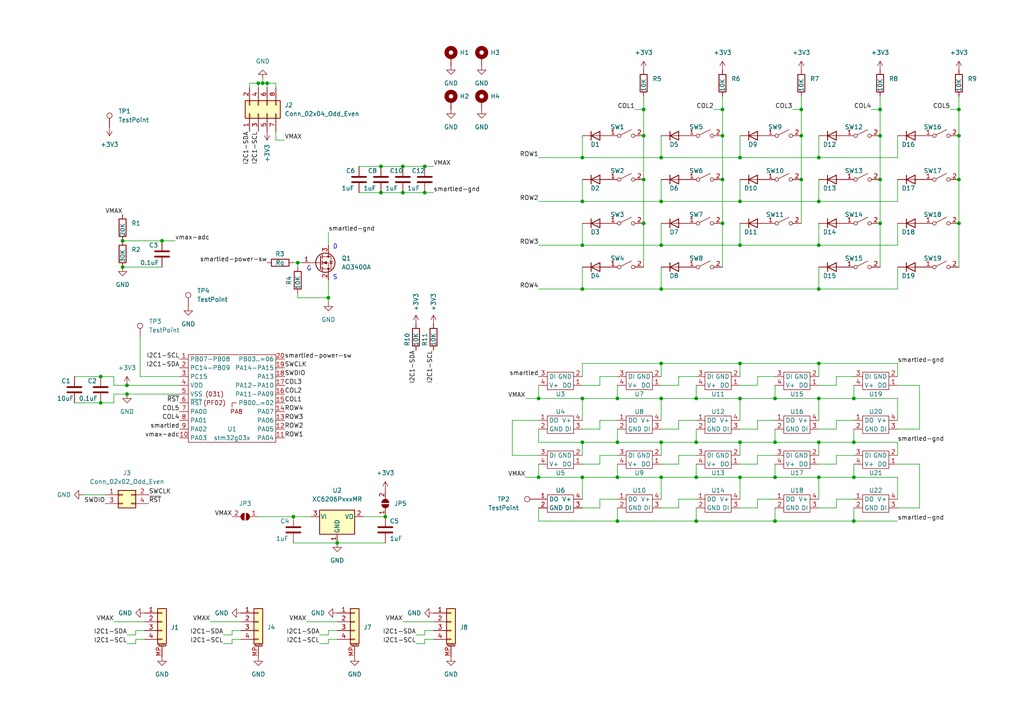
<source format=kicad_sch>
(kicad_sch (version 20211123) (generator eeschema)
  (paper "A4")
  (junction (at 278.13 52.07))
  (junction (at 278.13 31.75))
  (junction (at 255.27 64.77))
  (junction (at 179.07 138.43))
  (junction (at 29.21 109.22))
  (junction (at 237.49 83.82))
  (junction (at 247.65 151.13))
  (junction (at 36.83 111.76))
  (junction (at 201.93 151.13))
  (junction (at 156.21 138.43))
  (junction (at 201.93 138.43))
  (junction (at 179.07 115.57))
  (junction (at 76.2 24.13))
  (junction (at 179.07 128.27))
  (junction (at 209.55 52.07))
  (junction (at 116.84 55.88))
  (junction (at 209.55 31.75))
  (junction (at 232.41 39.37))
  (junction (at 214.63 128.27))
  (junction (at 35.56 69.85))
  (junction (at 36.83 114.3))
  (junction (at 186.69 31.75))
  (junction (at 191.77 128.27))
  (junction (at 201.93 128.27))
  (junction (at 191.77 58.42))
  (junction (at 123.19 48.26))
  (junction (at 95.25 86.36))
  (junction (at 237.49 128.27))
  (junction (at 168.91 138.43))
  (junction (at 247.65 138.43))
  (junction (at 237.49 138.43))
  (junction (at 74.93 24.13))
  (junction (at 123.19 55.88))
  (junction (at 214.63 45.72))
  (junction (at 278.13 64.77))
  (junction (at 214.63 58.42))
  (junction (at 168.91 115.57))
  (junction (at 191.77 45.72))
  (junction (at 46.99 69.85))
  (junction (at 168.91 71.12))
  (junction (at 247.65 128.27))
  (junction (at 191.77 105.41))
  (junction (at 237.49 58.42))
  (junction (at 35.56 77.47))
  (junction (at 29.21 116.84))
  (junction (at 77.47 24.13))
  (junction (at 278.13 39.37))
  (junction (at 168.91 58.42))
  (junction (at 209.55 39.37))
  (junction (at 110.49 48.26))
  (junction (at 237.49 115.57))
  (junction (at 247.65 115.57))
  (junction (at 116.84 48.26))
  (junction (at 224.79 151.13))
  (junction (at 232.41 52.07))
  (junction (at 86.36 76.2))
  (junction (at 97.79 157.48))
  (junction (at 214.63 115.57))
  (junction (at 191.77 83.82))
  (junction (at 224.79 128.27))
  (junction (at 224.79 138.43))
  (junction (at 237.49 105.41))
  (junction (at 85.09 149.86))
  (junction (at 255.27 39.37))
  (junction (at 186.69 39.37))
  (junction (at 191.77 71.12))
  (junction (at 186.69 64.77))
  (junction (at 168.91 83.82))
  (junction (at 214.63 138.43))
  (junction (at 214.63 71.12))
  (junction (at 168.91 45.72))
  (junction (at 110.49 55.88))
  (junction (at 255.27 31.75))
  (junction (at 191.77 138.43))
  (junction (at 237.49 71.12))
  (junction (at 214.63 105.41))
  (junction (at 201.93 115.57))
  (junction (at 255.27 52.07))
  (junction (at 237.49 45.72))
  (junction (at 156.21 115.57))
  (junction (at 232.41 31.75))
  (junction (at 186.69 52.07))
  (junction (at 168.91 128.27))
  (junction (at 209.55 64.77))
  (junction (at 191.77 115.57))
  (junction (at 179.07 151.13))
  (junction (at 224.79 115.57))
  (junction (at 111.76 149.86))
  (wire (pts (xy 219.71 147.32) (xy 219.71 144.78)))
  (wire (pts (xy 237.49 58.42) (xy 214.63 58.42)))
  (wire (pts (xy 191.77 64.77) (xy 191.77 71.12)))
  (wire (pts (xy 275.59 31.75) (xy 278.13 31.75)))
  (wire (pts (xy 168.91 39.37) (xy 168.91 45.72)))
  (wire (pts (xy 219.71 109.22) (xy 224.79 109.22)))
  (wire (pts (xy 219.71 132.08) (xy 224.79 132.08)))
  (wire (pts (xy 168.91 115.57) (xy 168.91 121.92)))
  (wire (pts (xy 168.91 45.72) (xy 191.77 45.72)))
  (wire (pts (xy 196.85 124.46) (xy 196.85 121.92)))
  (wire (pts (xy 214.63 128.27) (xy 214.63 132.08)))
  (wire (pts (xy 237.49 128.27) (xy 237.49 132.08)))
  (wire (pts (xy 39.37 186.69) (xy 39.37 185.42)))
  (wire (pts (xy 219.71 144.78) (xy 224.79 144.78)))
  (wire (pts (xy 168.91 128.27) (xy 168.91 132.08)))
  (wire (pts (xy 278.13 64.77) (xy 278.13 77.47)))
  (wire (pts (xy 224.79 128.27) (xy 237.49 128.27)))
  (wire (pts (xy 179.07 138.43) (xy 179.07 134.62)))
  (wire (pts (xy 168.91 138.43) (xy 168.91 144.78)))
  (wire (pts (xy 214.63 138.43) (xy 224.79 138.43)))
  (wire (pts (xy 67.31 182.88) (xy 69.85 182.88)))
  (wire (pts (xy 64.77 184.15) (xy 67.31 184.15)))
  (wire (pts (xy 156.21 111.76) (xy 156.21 115.57)))
  (wire (pts (xy 35.56 69.85) (xy 46.99 69.85)))
  (wire (pts (xy 237.49 115.57) (xy 247.65 115.57)))
  (wire (pts (xy 191.77 58.42) (xy 168.91 58.42)))
  (wire (pts (xy 214.63 39.37) (xy 214.63 45.72)))
  (wire (pts (xy 116.84 55.88) (xy 123.19 55.88)))
  (wire (pts (xy 266.7 134.62) (xy 266.7 147.32)))
  (wire (pts (xy 237.49 138.43) (xy 247.65 138.43)))
  (wire (pts (xy 201.93 138.43) (xy 214.63 138.43)))
  (wire (pts (xy 191.77 45.72) (xy 214.63 45.72)))
  (wire (pts (xy 40.64 109.22) (xy 40.64 97.79)))
  (wire (pts (xy 156.21 83.82) (xy 168.91 83.82)))
  (wire (pts (xy 209.55 31.75) (xy 209.55 39.37)))
  (wire (pts (xy 237.49 105.41) (xy 260.35 105.41)))
  (wire (pts (xy 186.69 52.07) (xy 186.69 64.77)))
  (wire (pts (xy 52.07 109.22) (xy 40.64 109.22)))
  (wire (pts (xy 219.71 121.92) (xy 224.79 121.92)))
  (wire (pts (xy 214.63 115.57) (xy 224.79 115.57)))
  (wire (pts (xy 260.35 77.47) (xy 260.35 83.82)))
  (wire (pts (xy 148.59 132.08) (xy 156.21 132.08)))
  (wire (pts (xy 196.85 132.08) (xy 201.93 132.08)))
  (wire (pts (xy 260.35 121.92) (xy 260.35 115.57)))
  (wire (pts (xy 152.4 138.43) (xy 156.21 138.43)))
  (wire (pts (xy 173.99 132.08) (xy 179.07 132.08)))
  (wire (pts (xy 219.71 124.46) (xy 219.71 121.92)))
  (wire (pts (xy 207.01 31.75) (xy 209.55 31.75)))
  (wire (pts (xy 156.21 147.32) (xy 156.21 151.13)))
  (wire (pts (xy 191.77 115.57) (xy 201.93 115.57)))
  (wire (pts (xy 214.63 115.57) (xy 214.63 121.92)))
  (wire (pts (xy 232.41 31.75) (xy 232.41 39.37)))
  (wire (pts (xy 214.63 58.42) (xy 191.77 58.42)))
  (wire (pts (xy 67.31 186.69) (xy 67.31 185.42)))
  (wire (pts (xy 186.69 27.94) (xy 186.69 31.75)))
  (wire (pts (xy 191.77 128.27) (xy 201.93 128.27)))
  (wire (pts (xy 260.35 64.77) (xy 260.35 71.12)))
  (wire (pts (xy 260.35 138.43) (xy 247.65 138.43)))
  (wire (pts (xy 229.87 31.75) (xy 232.41 31.75)))
  (wire (pts (xy 86.36 85.09) (xy 86.36 86.36)))
  (wire (pts (xy 168.91 134.62) (xy 173.99 134.62)))
  (wire (pts (xy 168.91 105.41) (xy 191.77 105.41)))
  (wire (pts (xy 214.63 64.77) (xy 214.63 71.12)))
  (wire (pts (xy 196.85 121.92) (xy 201.93 121.92)))
  (wire (pts (xy 224.79 128.27) (xy 224.79 124.46)))
  (wire (pts (xy 237.49 77.47) (xy 237.49 83.82)))
  (wire (pts (xy 186.69 39.37) (xy 186.69 52.07)))
  (wire (pts (xy 214.63 71.12) (xy 237.49 71.12)))
  (wire (pts (xy 237.49 124.46) (xy 242.57 124.46)))
  (wire (pts (xy 156.21 138.43) (xy 168.91 138.43)))
  (wire (pts (xy 260.35 39.37) (xy 260.35 45.72)))
  (wire (pts (xy 168.91 138.43) (xy 179.07 138.43)))
  (wire (pts (xy 255.27 64.77) (xy 255.27 77.47)))
  (wire (pts (xy 242.57 124.46) (xy 242.57 121.92)))
  (wire (pts (xy 168.91 64.77) (xy 168.91 71.12)))
  (wire (pts (xy 186.69 64.77) (xy 186.69 77.47)))
  (wire (pts (xy 168.91 115.57) (xy 179.07 115.57)))
  (wire (pts (xy 86.36 76.2) (xy 87.63 76.2)))
  (wire (pts (xy 105.41 149.86) (xy 111.76 149.86)))
  (wire (pts (xy 260.35 111.76) (xy 266.7 111.76)))
  (wire (pts (xy 88.9 180.34) (xy 97.79 180.34)))
  (wire (pts (xy 201.93 151.13) (xy 224.79 151.13)))
  (wire (pts (xy 237.49 64.77) (xy 237.49 71.12)))
  (wire (pts (xy 278.13 27.94) (xy 278.13 31.75)))
  (wire (pts (xy 92.71 184.15) (xy 95.25 184.15)))
  (wire (pts (xy 168.91 58.42) (xy 156.21 58.42)))
  (wire (pts (xy 237.49 45.72) (xy 260.35 45.72)))
  (wire (pts (xy 191.77 134.62) (xy 196.85 134.62)))
  (wire (pts (xy 179.07 128.27) (xy 179.07 124.46)))
  (wire (pts (xy 168.91 128.27) (xy 179.07 128.27)))
  (wire (pts (xy 95.25 186.69) (xy 95.25 185.42)))
  (wire (pts (xy 35.56 77.47) (xy 46.99 77.47)))
  (wire (pts (xy 104.14 48.26) (xy 110.49 48.26)))
  (wire (pts (xy 85.09 149.86) (xy 90.17 149.86)))
  (wire (pts (xy 36.83 186.69) (xy 39.37 186.69)))
  (wire (pts (xy 266.7 111.76) (xy 266.7 124.46)))
  (wire (pts (xy 39.37 185.42) (xy 41.91 185.42)))
  (wire (pts (xy 120.65 184.15) (xy 123.19 184.15)))
  (wire (pts (xy 201.93 151.13) (xy 201.93 147.32)))
  (wire (pts (xy 237.49 39.37) (xy 237.49 45.72)))
  (wire (pts (xy 237.49 138.43) (xy 237.49 144.78)))
  (wire (pts (xy 80.01 24.13) (xy 80.01 25.4)))
  (wire (pts (xy 214.63 45.72) (xy 237.49 45.72)))
  (wire (pts (xy 214.63 52.07) (xy 214.63 58.42)))
  (wire (pts (xy 209.55 27.94) (xy 209.55 31.75)))
  (wire (pts (xy 232.41 39.37) (xy 232.41 52.07)))
  (wire (pts (xy 237.49 134.62) (xy 242.57 134.62)))
  (wire (pts (xy 123.19 48.26) (xy 125.73 48.26)))
  (wire (pts (xy 21.59 116.84) (xy 29.21 116.84)))
  (wire (pts (xy 97.79 157.48) (xy 111.76 157.48)))
  (wire (pts (xy 209.55 52.07) (xy 209.55 64.77)))
  (wire (pts (xy 278.13 39.37) (xy 278.13 52.07)))
  (wire (pts (xy 255.27 31.75) (xy 255.27 39.37)))
  (wire (pts (xy 179.07 151.13) (xy 179.07 147.32)))
  (wire (pts (xy 179.07 151.13) (xy 201.93 151.13)))
  (wire (pts (xy 237.49 52.07) (xy 237.49 58.42)))
  (wire (pts (xy 266.7 147.32) (xy 260.35 147.32)))
  (wire (pts (xy 36.83 111.76) (xy 52.07 111.76)))
  (wire (pts (xy 237.49 111.76) (xy 242.57 111.76)))
  (wire (pts (xy 191.77 83.82) (xy 237.49 83.82)))
  (wire (pts (xy 168.91 83.82) (xy 191.77 83.82)))
  (wire (pts (xy 168.91 77.47) (xy 168.91 83.82)))
  (wire (pts (xy 214.63 105.41) (xy 214.63 109.22)))
  (wire (pts (xy 237.49 105.41) (xy 237.49 109.22)))
  (wire (pts (xy 123.19 186.69) (xy 123.19 185.42)))
  (wire (pts (xy 86.36 86.36) (xy 95.25 86.36)))
  (wire (pts (xy 242.57 111.76) (xy 242.57 109.22)))
  (wire (pts (xy 156.21 128.27) (xy 168.91 128.27)))
  (wire (pts (xy 191.77 124.46) (xy 196.85 124.46)))
  (wire (pts (xy 191.77 147.32) (xy 196.85 147.32)))
  (wire (pts (xy 104.14 55.88) (xy 110.49 55.88)))
  (wire (pts (xy 123.19 182.88) (xy 125.73 182.88)))
  (wire (pts (xy 191.77 111.76) (xy 196.85 111.76)))
  (wire (pts (xy 21.59 109.22) (xy 29.21 109.22)))
  (wire (pts (xy 237.49 147.32) (xy 242.57 147.32)))
  (wire (pts (xy 260.35 105.41) (xy 260.35 109.22)))
  (wire (pts (xy 168.91 109.22) (xy 168.91 105.41)))
  (wire (pts (xy 186.69 31.75) (xy 186.69 39.37)))
  (wire (pts (xy 266.7 124.46) (xy 260.35 124.46)))
  (wire (pts (xy 191.77 128.27) (xy 191.77 132.08)))
  (wire (pts (xy 39.37 182.88) (xy 41.91 182.88)))
  (wire (pts (xy 85.09 76.2) (xy 86.36 76.2)))
  (wire (pts (xy 260.35 52.07) (xy 260.35 58.42)))
  (wire (pts (xy 173.99 124.46) (xy 173.99 121.92)))
  (wire (pts (xy 95.25 185.42) (xy 97.79 185.42)))
  (wire (pts (xy 184.15 31.75) (xy 186.69 31.75)))
  (wire (pts (xy 224.79 151.13) (xy 224.79 147.32)))
  (wire (pts (xy 191.77 138.43) (xy 201.93 138.43)))
  (wire (pts (xy 173.99 111.76) (xy 173.99 109.22)))
  (wire (pts (xy 92.71 186.69) (xy 95.25 186.69)))
  (wire (pts (xy 156.21 45.72) (xy 168.91 45.72)))
  (wire (pts (xy 242.57 147.32) (xy 242.57 144.78)))
  (wire (pts (xy 95.25 86.36) (xy 95.25 87.63)))
  (wire (pts (xy 39.37 184.15) (xy 39.37 182.88)))
  (wire (pts (xy 242.57 109.22) (xy 247.65 109.22)))
  (wire (pts (xy 173.99 147.32) (xy 173.99 144.78)))
  (wire (pts (xy 201.93 138.43) (xy 201.93 134.62)))
  (wire (pts (xy 255.27 39.37) (xy 255.27 52.07)))
  (wire (pts (xy 214.63 134.62) (xy 219.71 134.62)))
  (wire (pts (xy 196.85 147.32) (xy 196.85 144.78)))
  (wire (pts (xy 74.93 24.13) (xy 76.2 24.13)))
  (wire (pts (xy 224.79 115.57) (xy 237.49 115.57)))
  (wire (pts (xy 214.63 147.32) (xy 219.71 147.32)))
  (wire (pts (xy 46.99 69.85) (xy 50.8 69.85)))
  (wire (pts (xy 168.91 124.46) (xy 173.99 124.46)))
  (wire (pts (xy 242.57 144.78) (xy 247.65 144.78)))
  (wire (pts (xy 260.35 128.27) (xy 247.65 128.27)))
  (wire (pts (xy 237.49 128.27) (xy 247.65 128.27)))
  (wire (pts (xy 36.83 114.3) (xy 52.07 114.3)))
  (wire (pts (xy 86.36 76.2) (xy 86.36 77.47)))
  (wire (pts (xy 214.63 138.43) (xy 214.63 144.78)))
  (wire (pts (xy 237.49 115.57) (xy 237.49 121.92)))
  (wire (pts (xy 123.19 55.88) (xy 125.73 55.88)))
  (wire (pts (xy 156.21 115.57) (xy 168.91 115.57)))
  (wire (pts (xy 237.49 83.82) (xy 260.35 83.82)))
  (wire (pts (xy 191.77 71.12) (xy 214.63 71.12)))
  (wire (pts (xy 260.35 134.62) (xy 266.7 134.62)))
  (wire (pts (xy 123.19 185.42) (xy 125.73 185.42)))
  (wire (pts (xy 224.79 138.43) (xy 237.49 138.43)))
  (wire (pts (xy 76.2 24.13) (xy 77.47 24.13)))
  (wire (pts (xy 260.35 132.08) (xy 260.35 128.27)))
  (wire (pts (xy 214.63 124.46) (xy 219.71 124.46)))
  (wire (pts (xy 33.02 116.84) (xy 29.21 116.84)))
  (wire (pts (xy 209.55 64.77) (xy 209.55 77.47)))
  (wire (pts (xy 156.21 151.13) (xy 179.07 151.13)))
  (wire (pts (xy 156.21 134.62) (xy 156.21 138.43)))
  (wire (pts (xy 168.91 111.76) (xy 173.99 111.76)))
  (wire (pts (xy 85.09 157.48) (xy 97.79 157.48)))
  (wire (pts (xy 219.71 111.76) (xy 219.71 109.22)))
  (wire (pts (xy 278.13 52.07) (xy 278.13 64.77)))
  (wire (pts (xy 247.65 115.57) (xy 247.65 111.76)))
  (wire (pts (xy 224.79 138.43) (xy 224.79 134.62)))
  (wire (pts (xy 260.35 58.42) (xy 237.49 58.42)))
  (wire (pts (xy 179.07 138.43) (xy 191.77 138.43)))
  (wire (pts (xy 196.85 134.62) (xy 196.85 132.08)))
  (wire (pts (xy 191.77 121.92) (xy 191.77 115.57)))
  (wire (pts (xy 214.63 111.76) (xy 219.71 111.76)))
  (wire (pts (xy 173.99 144.78) (xy 179.07 144.78)))
  (wire (pts (xy 95.25 67.31) (xy 95.25 71.12)))
  (wire (pts (xy 278.13 31.75) (xy 278.13 39.37)))
  (wire (pts (xy 201.93 128.27) (xy 214.63 128.27)))
  (wire (pts (xy 232.41 27.94) (xy 232.41 31.75)))
  (wire (pts (xy 191.77 105.41) (xy 191.77 109.22)))
  (wire (pts (xy 242.57 134.62) (xy 242.57 132.08)))
  (wire (pts (xy 72.39 24.13) (xy 74.93 24.13)))
  (wire (pts (xy 110.49 48.26) (xy 116.84 48.26)))
  (wire (pts (xy 179.07 115.57) (xy 191.77 115.57)))
  (wire (pts (xy 33.02 180.34) (xy 41.91 180.34)))
  (wire (pts (xy 67.31 185.42) (xy 69.85 185.42)))
  (wire (pts (xy 201.93 115.57) (xy 214.63 115.57)))
  (wire (pts (xy 219.71 134.62) (xy 219.71 132.08)))
  (wire (pts (xy 252.73 31.75) (xy 255.27 31.75)))
  (wire (pts (xy 255.27 27.94) (xy 255.27 31.75)))
  (wire (pts (xy 33.02 109.22) (xy 29.21 109.22)))
  (wire (pts (xy 214.63 128.27) (xy 224.79 128.27)))
  (wire (pts (xy 80.01 40.64) (xy 82.55 40.64)))
  (wire (pts (xy 156.21 124.46) (xy 156.21 128.27)))
  (wire (pts (xy 156.21 121.92) (xy 148.59 121.92)))
  (wire (pts (xy 196.85 144.78) (xy 201.93 144.78)))
  (wire (pts (xy 260.35 151.13) (xy 247.65 151.13)))
  (wire (pts (xy 179.07 128.27) (xy 191.77 128.27)))
  (wire (pts (xy 33.02 111.76) (xy 33.02 109.22)))
  (wire (pts (xy 156.21 71.12) (xy 168.91 71.12)))
  (wire (pts (xy 110.49 55.88) (xy 116.84 55.88)))
  (wire (pts (xy 237.49 71.12) (xy 260.35 71.12)))
  (wire (pts (xy 80.01 38.1) (xy 80.01 40.64)))
  (wire (pts (xy 191.77 52.07) (xy 191.77 58.42)))
  (wire (pts (xy 95.25 184.15) (xy 95.25 182.88)))
  (wire (pts (xy 77.47 24.13) (xy 77.47 25.4)))
  (wire (pts (xy 173.99 109.22) (xy 179.07 109.22)))
  (wire (pts (xy 191.77 39.37) (xy 191.77 45.72)))
  (wire (pts (xy 214.63 105.41) (xy 237.49 105.41)))
  (wire (pts (xy 33.02 114.3) (xy 33.02 116.84)))
  (wire (pts (xy 168.91 52.07) (xy 168.91 58.42)))
  (wire (pts (xy 242.57 132.08) (xy 247.65 132.08)))
  (wire (pts (xy 67.31 184.15) (xy 67.31 182.88)))
  (wire (pts (xy 191.77 105.41) (xy 214.63 105.41)))
  (wire (pts (xy 77.47 24.13) (xy 80.01 24.13)))
  (wire (pts (xy 173.99 121.92) (xy 179.07 121.92)))
  (wire (pts (xy 196.85 109.22) (xy 201.93 109.22)))
  (wire (pts (xy 36.83 184.15) (xy 39.37 184.15)))
  (wire (pts (xy 232.41 52.07) (xy 232.41 64.77)))
  (wire (pts (xy 72.39 25.4) (xy 72.39 24.13)))
  (wire (pts (xy 120.65 186.69) (xy 123.19 186.69)))
  (wire (pts (xy 191.77 77.47) (xy 191.77 83.82)))
  (wire (pts (xy 209.55 39.37) (xy 209.55 52.07)))
  (wire (pts (xy 74.93 149.86) (xy 85.09 149.86)))
  (wire (pts (xy 36.83 111.76) (xy 33.02 111.76)))
  (wire (pts (xy 123.19 184.15) (xy 123.19 182.88)))
  (wire (pts (xy 64.77 186.69) (xy 67.31 186.69)))
  (wire (pts (xy 173.99 134.62) (xy 173.99 132.08)))
  (wire (pts (xy 148.59 121.92) (xy 148.59 132.08)))
  (wire (pts (xy 201.93 115.57) (xy 201.93 111.76)))
  (wire (pts (xy 74.93 25.4) (xy 74.93 24.13)))
  (wire (pts (xy 60.96 180.34) (xy 69.85 180.34)))
  (wire (pts (xy 260.35 144.78) (xy 260.35 138.43)))
  (wire (pts (xy 168.91 71.12) (xy 191.77 71.12)))
  (wire (pts (xy 24.13 143.51) (xy 30.48 143.51)))
  (wire (pts (xy 196.85 111.76) (xy 196.85 109.22)))
  (wire (pts (xy 242.57 121.92) (xy 247.65 121.92)))
  (wire (pts (xy 95.25 81.28) (xy 95.25 86.36)))
  (wire (pts (xy 152.4 115.57) (xy 156.21 115.57)))
  (wire (pts (xy 260.35 115.57) (xy 247.65 115.57)))
  (wire (pts (xy 116.84 48.26) (xy 123.19 48.26)))
  (wire (pts (xy 201.93 128.27) (xy 201.93 124.46)))
  (wire (pts (xy 224.79 151.13) (xy 247.65 151.13)))
  (wire (pts (xy 247.65 138.43) (xy 247.65 134.62)))
  (wire (pts (xy 247.65 128.27) (xy 247.65 124.46)))
  (wire (pts (xy 95.25 182.88) (xy 97.79 182.88)))
  (wire (pts (xy 168.91 147.32) (xy 173.99 147.32)))
  (wire (pts (xy 255.27 52.07) (xy 255.27 64.77)))
  (wire (pts (xy 247.65 151.13) (xy 247.65 147.32)))
  (wire (pts (xy 116.84 180.34) (xy 125.73 180.34)))
  (wire (pts (xy 76.2 22.86) (xy 76.2 24.13)))
  (wire (pts (xy 191.77 138.43) (xy 191.77 144.78)))
  (wire (pts (xy 179.07 115.57) (xy 179.07 111.76)))
  (wire (pts (xy 36.83 114.3) (xy 33.02 114.3)))
  (wire (pts (xy 224.79 115.57) (xy 224.79 111.76)))
  (text "S" (at 96.52 81.28 0) (effects (font (size 1.27 1.27)) (justify left bottom)))
  (text "G" (at 88.9 78.74 0) (effects (font (size 1.27 1.27)) (justify left bottom)))
  (text "D" (at 96.52 72.39 0) (effects (font (size 1.27 1.27)) (justify left bottom)))
  (label "ROW4" (at 156.21 83.82 180))
  (label "ROW3" (at 82.55 121.92 0))
  (label "SWCLK" (at 43.18 143.51 0))
  (label "I2C1-SDA" (at 92.71 184.15 180))
  (label "COL2" (at 207.01 31.75 180))
  (label "I2C1-SCL" (at 74.93 38.1 270))
  (label "VMAX" (at 60.96 180.34 180))
  (label "~{RST}" (at 52.07 116.84 180))
  (label "I2C1-SDA" (at 120.65 184.15 180))
  (label "smartled" (at 52.07 124.46 180))
  (label "ROW3" (at 156.21 71.12 180))
  (label "COL3" (at 82.55 111.76 0))
  (label "ROW1" (at 82.55 127 0))
  (label "VMAX" (at 33.02 180.34 180))
  (label "I2C1-SCL" (at 52.07 104.14 180))
  (label "COL5" (at 275.59 31.75 180))
  (label "SWDIO" (at 82.55 109.22 0))
  (label "COL3" (at 229.87 31.75 180))
  (label "I2C1-SCL" (at 36.83 186.69 180))
  (label "smartled-gnd" (at 260.35 128.27 0))
  (label "I2C1-SDA" (at 120.65 101.6 270))
  (label "vmax-adc" (at 50.8 69.85 0))
  (label "I2C1-SDA" (at 36.83 184.15 180))
  (label "I2C1-SDA" (at 72.39 38.1 270))
  (label "smartled-gnd" (at 125.73 55.88 0))
  (label "COL5" (at 52.07 119.38 180))
  (label "COL1" (at 82.55 116.84 0))
  (label "ROW2" (at 156.21 58.42 180))
  (label "vmax-adc" (at 52.07 127 180))
  (label "ROW4" (at 82.55 119.38 0))
  (label "VMAX" (at 116.84 180.34 180))
  (label "COL1" (at 184.15 31.75 180))
  (label "COL2" (at 82.55 114.3 0))
  (label "I2C1-SCL" (at 92.71 186.69 180))
  (label "ROW1" (at 156.21 45.72 180))
  (label "smartled-power-sw" (at 82.55 104.14 0))
  (label "COL4" (at 252.73 31.75 180))
  (label "VMAX" (at 88.9 180.34 180))
  (label "VMAX" (at 125.73 48.26 0))
  (label "I2C1-SDA" (at 64.77 184.15 180))
  (label "smartled-gnd" (at 260.35 151.13 0))
  (label "ROW2" (at 82.55 124.46 0))
  (label "VMAX" (at 67.31 149.86 180))
  (label "smartled-power-sw" (at 77.47 76.2 180))
  (label "~{RST}" (at 43.18 146.05 0))
  (label "VMAX" (at 152.4 138.43 180))
  (label "VMAX" (at 82.55 40.64 0))
  (label "smartled-gnd" (at 260.35 105.41 0))
  (label "I2C1-SDA" (at 52.07 106.68 180))
  (label "COL4" (at 52.07 121.92 180))
  (label "I2C1-SCL" (at 125.73 101.6 270))
  (label "smartled-gnd" (at 95.25 67.31 0))
  (label "smartled" (at 156.21 109.22 180))
  (label "I2C1-SCL" (at 120.65 186.69 180))
  (label "VMAX" (at 35.56 62.23 180))
  (label "SWDIO" (at 30.48 146.05 180))
  (label "SWCLK" (at 82.55 106.68 0))
  (label "VMAX" (at 152.4 115.57 180))
  (label "I2C1-SCL" (at 64.77 186.69 180))
  (symbol (lib_id "power:GND") (at 97.79 157.48 0) (unit 1)
    (property "Reference" "#PWR0120" (effects hide))
    (property "Value" "GND" (at 97.79 162.56 0))
  )
  (symbol (lib_id "import:WS2812-2020-micro") (at 185.42 120.65 0) (unit 1)
    (property "Reference" "U8" (at 185.42 119.38 0))
    (property "Value" "WS2812-2020-micro" (effects hide))
    (property "Footprint" "import:LED_WS2812-2020" (effects hide))
  )
  (symbol (lib_id "Connector:TestPoint") (at 54.61 88.9 0) (unit 1)
    (property "Reference" "TP4" (at 57.15 84.3279 0) (effects (justify left)))
    (property "Value" "TestPoint" (at 57.15 86.8679 0) (effects (justify left)))
    (property "Footprint" "TestPoint:TestPoint_Pad_D1.5mm" (effects hide))
  )
  (symbol (lib_id "Device:D") (at 195.58 39.37 0) (unit 1)
    (property "Reference" "D5" (at 196.85 41.91 0) (effects (justify right)))
    (property "Value" "D" (effects hide))
    (property "Footprint" "Diode_SMD:D_SOD-123" (effects hide))
  )
  (symbol (lib_id "Switch:SW_SPST") (at 181.61 39.37 0) (unit 1)
    (property "Reference" "SW1" (at 179.07 36.83 0))
    (property "Value" "SW_SPST" (effects hide))
    (property "Footprint" "keyswitches:PG1350_socket" (effects hide))
  )
  (symbol (lib_id "power:GND") (at 130.81 19.05 0) (unit 1)
    (property "Reference" "#PWR0110" (effects hide))
    (property "Value" "GND" (at 130.81 24.13 0))
  )
  (symbol (lib_id "Jumper:SolderJumper_2_Open") (at 71.12 149.86 180) (unit 1)
    (property "Reference" "JP3" (at 71.12 146.05 0))
    (property "Value" "SolderJumper_2_Open" (effects hide))
    (property "Footprint" "Jumper:SolderJumper-2_P1.3mm_Open_TrianglePad1.0x1.5mm" (effects hide))
  )
  (symbol (lib_id "Switch:SW_SPST") (at 204.47 39.37 0) (unit 1)
    (property "Reference" "SW5" (at 201.93 36.83 0))
    (property "Value" "SW_SPST" (effects hide))
    (property "Footprint" "keyswitches:PG1350_socket" (effects hide))
  )
  (symbol (lib_id "Switch:SW_SPST") (at 273.05 39.37 0) (unit 1)
    (property "Reference" "SW16" (at 270.51 36.83 0))
    (property "Value" "SW_SPST" (effects hide))
    (property "Footprint" "keyswitches:PG1350_socket" (effects hide))
  )
  (symbol (lib_id "Mechanical:MountingHole_Pad") (at 139.7 16.51 0) (unit 1)
    (property "Reference" "H3" (at 142.24 15.2399 0) (effects (justify left)))
    (property "Value" "MountingHole_Pad" (effects hide))
    (property "Footprint" "MountingHole:MountingHole_3.2mm_M3_Pad_Via" (effects hide))
  )
  (symbol (lib_id "Device:D") (at 241.3 77.47 0) (unit 1)
    (property "Reference" "D15" (at 242.57 80.01 0) (effects (justify right)))
    (property "Value" "D" (effects hide))
    (property "Footprint" "Diode_SMD:D_SOD-123" (effects hide))
  )
  (symbol (lib_id "import:WS2812-2020-micro") (at 231.14 143.51 0) (unit 1)
    (property "Reference" "U18" (at 231.14 142.24 0))
    (property "Value" "WS2812-2020-micro" (effects hide))
    (property "Footprint" "import:LED_WS2812-2020" (effects hide))
  )
  (symbol (lib_id "Device:D") (at 172.72 64.77 0) (unit 1)
    (property "Reference" "D3" (at 173.99 67.31 0) (effects (justify right)))
    (property "Value" "D" (effects hide))
    (property "Footprint" "Diode_SMD:D_SOD-123" (effects hide))
  )
  (symbol (lib_id "power:+3V3") (at 278.13 20.32 0) (unit 1)
    (property "Reference" "#PWR0103" (effects hide))
    (property "Value" "+3V3" (at 278.13 15.24 0))
  )
  (symbol (lib_id "Connector_Generic_MountingPin:Conn_01x04_MountingPin") (at 46.99 180.34 0) (unit 1)
    (property "Reference" "J1" (at 49.53 181.9655 0) (effects (justify left)))
    (property "Value" "Conn_01x04_MountingPin" (effects hide))
    (property "Footprint" "Connector_JST:JST_SH_SM04B-SRSS-TB_1x04-1MP_P1.00mm_Horizontal" (effects hide))
  )
  (symbol (lib_id "Device:D") (at 218.44 39.37 0) (unit 1)
    (property "Reference" "D9" (at 219.71 41.91 0) (effects (justify right)))
    (property "Value" "D" (effects hide))
    (property "Footprint" "Diode_SMD:D_SOD-123" (effects hide))
  )
  (symbol (lib_id "Switch:SW_SPST") (at 204.47 77.47 0) (unit 1)
    (property "Reference" "SW8" (at 201.93 74.93 0))
    (property "Value" "SW_SPST" (effects hide))
    (property "Footprint" "keyswitches:PG1350_socket" (effects hide))
  )
  (symbol (lib_id "power:+3V3") (at 111.76 142.24 0) (unit 1)
    (property "Reference" "#PWR0121" (effects hide))
    (property "Value" "+3V3" (at 111.76 137.16 0))
  )
  (symbol (lib_id "Connector_Generic:Conn_02x04_Odd_Even") (at 74.93 33.02 90) (unit 1)
    (property "Reference" "J2" (at 82.55 30.4799 90) (effects (justify right)))
    (property "Value" "Conn_02x04_Odd_Even" (at 82.55 33.0199 90) (effects (justify right)))
    (property "Footprint" "Connector_PinHeader_2.54mm:PinHeader_2x04_P2.54mm_Vertical" (effects hide))
  )
  (symbol (lib_id "Device:R") (at 35.56 73.66 0) (unit 1)
    (property "Reference" "R2" (at 38.1 72.3899 0) (effects (justify left)))
    (property "Value" "30K" (at 35.56 76.2 90) (effects (justify left)))
    (property "Footprint" "Resistor_SMD:R_0805_2012Metric" (effects hide))
  )
  (symbol (lib_id "Device:C") (at 111.76 153.67 0) (unit 1)
    (property "Reference" "C5" (at 113.03 151.13 0) (effects (justify left)))
    (property "Value" "1uF" (at 113.03 156.21 0) (effects (justify left)))
    (property "Footprint" "Capacitor_SMD:C_0805_2012Metric" (effects hide))
  )
  (symbol (lib_id "import:WS2812-2020-micro") (at 231.14 120.65 0) (unit 1)
    (property "Reference" "U16" (at 231.14 119.38 0))
    (property "Value" "WS2812-2020-micro" (effects hide))
    (property "Footprint" "import:LED_WS2812-2020" (effects hide))
  )
  (symbol (lib_id "power:GND") (at 35.56 77.47 0) (unit 1)
    (property "Reference" "#PWR0106" (effects hide))
    (property "Value" "GND" (at 35.56 82.55 0))
  )
  (symbol (lib_id "Connector:TestPoint") (at 40.64 97.79 0) (unit 1)
    (property "Reference" "TP3" (at 43.18 93.2179 0) (effects (justify left)))
    (property "Value" "TestPoint" (at 43.18 95.7579 0) (effects (justify left)))
    (property "Footprint" "TestPoint:TestPoint_Pad_D1.5mm" (effects hide))
  )
  (symbol (lib_id "import:WS2812-2020-micro") (at 254 113.03 180) (unit 1)
    (property "Reference" "U19" (at 254 114.3 0))
    (property "Value" "WS2812-2020-micro" (effects hide))
    (property "Footprint" "import:LED_WS2812-2020" (effects hide))
  )
  (symbol (lib_id "Switch:SW_SPST") (at 181.61 77.47 0) (unit 1)
    (property "Reference" "SW4" (at 179.07 74.93 0))
    (property "Value" "SW_SPST" (effects hide))
    (property "Footprint" "keyswitches:PG1350_socket" (effects hide))
  )
  (symbol (lib_id "Device:R") (at 255.27 24.13 0) (unit 1)
    (property "Reference" "R8" (at 257.81 22.8599 0) (effects (justify left)))
    (property "Value" "10K" (at 255.27 26.67 90) (effects (justify left)))
    (property "Footprint" "Resistor_SMD:R_0805_2012Metric" (effects hide))
  )
  (symbol (lib_id "power:+3V3") (at 77.47 38.1 180) (unit 1)
    (property "Reference" "#PWR0125" (effects hide))
    (property "Value" "+3V3" (at 77.47 44.45 90))
  )
  (symbol (lib_id "power:GND") (at 139.7 31.75 0) (unit 1)
    (property "Reference" "#PWR0108" (effects hide))
    (property "Value" "GND" (at 139.7 36.83 0))
  )
  (symbol (lib_id "import:WS2812-2020-micro") (at 208.28 135.89 180) (unit 1)
    (property "Reference" "U13" (at 208.28 137.16 0))
    (property "Value" "WS2812-2020-micro" (effects hide))
    (property "Footprint" "import:LED_WS2812-2020" (effects hide))
  )
  (symbol (lib_id "import:WS2812-2020-micro") (at 254 135.89 180) (unit 1)
    (property "Reference" "U21" (at 254 137.16 0))
    (property "Value" "WS2812-2020-micro" (effects hide))
    (property "Footprint" "import:LED_WS2812-2020" (effects hide))
  )
  (symbol (lib_id "Switch:SW_SPST") (at 250.19 52.07 0) (unit 1)
    (property "Reference" "SW13" (at 247.65 49.53 0))
    (property "Value" "SW_SPST" (effects hide))
    (property "Footprint" "keyswitches:PG1350_socket" (effects hide))
  )
  (symbol (lib_id "power:GND") (at 69.85 177.8 270) (unit 1)
    (property "Reference" "#PWR0113" (effects hide))
    (property "Value" "GND" (at 62.23 177.8 90) (effects (justify left)))
  )
  (symbol (lib_id "power:+3V3") (at 186.69 20.32 0) (unit 1)
    (property "Reference" "#PWR0102" (effects hide))
    (property "Value" "+3V3" (at 186.69 15.24 0))
  )
  (symbol (lib_id "Mechanical:MountingHole_Pad") (at 130.81 29.21 0) (unit 1)
    (property "Reference" "H2" (at 133.35 27.9399 0) (effects (justify left)))
    (property "Value" "MountingHole_Pad" (effects hide))
    (property "Footprint" "MountingHole:MountingHole_3.2mm_M3_Pad_Via" (effects hide))
  )
  (symbol (lib_id "import:WS2812-2020-micro") (at 185.42 143.51 0) (unit 1)
    (property "Reference" "U10" (at 185.42 142.24 0))
    (property "Value" "WS2812-2020-micro" (effects hide))
    (property "Footprint" "import:LED_WS2812-2020" (effects hide))
  )
  (symbol (lib_id "power:+3V3") (at 36.83 111.76 0) (unit 1)
    (property "Reference" "#PWR0123" (effects hide))
    (property "Value" "+3V3" (at 36.83 106.68 0))
  )
  (symbol (lib_id "power:GND") (at 102.87 190.5 0) (unit 1)
    (property "Reference" "#PWR0118" (effects hide))
    (property "Value" "GND" (at 102.87 195.58 0))
  )
  (symbol (lib_id "Device:D") (at 195.58 77.47 0) (unit 1)
    (property "Reference" "D8" (at 196.85 80.01 0) (effects (justify right)))
    (property "Value" "D" (effects hide))
    (property "Footprint" "Diode_SMD:D_SOD-123" (effects hide))
  )
  (symbol (lib_id "import:WS2812-2020-micro") (at 162.56 135.89 180) (unit 1)
    (property "Reference" "U5" (at 162.56 137.16 0))
    (property "Value" "WS2812-2020-micro" (effects hide))
    (property "Footprint" "import:LED_WS2812-2020" (effects hide))
  )
  (symbol (lib_id "Device:C") (at 21.59 113.03 0) (unit 1)
    (property "Reference" "C1" (at 17.78 110.49 0) (effects (justify left)))
    (property "Value" "10uF" (at 16.51 115.57 0) (effects (justify left)))
    (property "Footprint" "Capacitor_SMD:C_0805_2012Metric" (effects hide))
  )
  (symbol (lib_id "stm32g03x:stm32g03x") (at 67.31 102.87 0) (unit 1)
    (property "Reference" "U1" (at 67.31 124.46 0))
    (property "Value" "stm32g03x" (at 67.31 127 0))
    (property "Footprint" "import:SOIC65P640X120-20N" (effects hide))
  )
  (symbol (lib_id "import:WS2812-2020-micro") (at 185.42 135.89 180) (unit 1)
    (property "Reference" "U9" (at 185.42 137.16 0))
    (property "Value" "WS2812-2020-micro" (effects hide))
    (property "Footprint" "import:LED_WS2812-2020" (effects hide))
  )
  (symbol (lib_id "power:+3V3") (at 255.27 20.32 0) (unit 1)
    (property "Reference" "#PWR0104" (effects hide))
    (property "Value" "+3V3" (at 255.27 15.24 0))
  )
  (symbol (lib_id "import:WS2812-2020-micro") (at 231.14 113.03 180) (unit 1)
    (property "Reference" "U15" (at 231.14 114.3 0))
    (property "Value" "WS2812-2020-micro" (effects hide))
    (property "Footprint" "import:LED_WS2812-2020" (effects hide))
  )
  (symbol (lib_id "import:WS2812-2020-micro") (at 208.28 120.65 0) (unit 1)
    (property "Reference" "U12" (at 208.28 119.38 0))
    (property "Value" "WS2812-2020-micro" (effects hide))
    (property "Footprint" "import:LED_WS2812-2020" (effects hide))
  )
  (symbol (lib_id "import:WS2812-2020-micro") (at 208.28 143.51 0) (unit 1)
    (property "Reference" "U14" (at 208.28 142.24 0))
    (property "Value" "WS2812-2020-micro" (effects hide))
    (property "Footprint" "import:LED_WS2812-2020" (effects hide))
  )
  (symbol (lib_id "Device:D") (at 218.44 64.77 0) (unit 1)
    (property "Reference" "D11" (at 219.71 67.31 0) (effects (justify right)))
    (property "Value" "D" (effects hide))
    (property "Footprint" "Diode_SMD:D_SOD-123" (effects hide))
  )
  (symbol (lib_id "Device:D") (at 172.72 39.37 0) (unit 1)
    (property "Reference" "D1" (at 173.99 41.91 0) (effects (justify right)))
    (property "Value" "D" (effects hide))
    (property "Footprint" "Diode_SMD:D_SOD-123" (effects hide))
  )
  (symbol (lib_id "Device:D") (at 241.3 64.77 0) (unit 1)
    (property "Reference" "D14" (at 242.57 67.31 0) (effects (justify right)))
    (property "Value" "D" (effects hide))
    (property "Footprint" "Diode_SMD:D_SOD-123" (effects hide))
  )
  (symbol (lib_id "Regulator_Linear:XC6206PxxxMR") (at 97.79 149.86 0) (unit 1)
    (property "Reference" "U2" (at 97.79 142.24 0))
    (property "Value" "XC6206PxxxMR" (at 97.79 144.78 0))
    (property "Footprint" "Package_TO_SOT_SMD:SOT-23" (effects hide))
    (property "Datasheet" "https://www.torexsemi.com/file/xc6206/XC6206.pdf" (effects hide))
  )
  (symbol (lib_id "Connector_Generic_MountingPin:Conn_01x04_MountingPin") (at 74.93 180.34 0) (unit 1)
    (property "Reference" "J4" (at 77.47 181.9655 0) (effects (justify left)))
    (property "Value" "Conn_01x04_MountingPin" (effects hide))
    (property "Footprint" "Connector_JST:JST_SH_SM04B-SRSS-TB_1x04-1MP_P1.00mm_Horizontal" (effects hide))
  )
  (symbol (lib_id "import:WS2812-2020-micro") (at 208.28 113.03 180) (unit 1)
    (property "Reference" "U11" (at 208.28 114.3 0))
    (property "Value" "WS2812-2020-micro" (effects hide))
    (property "Footprint" "import:LED_WS2812-2020" (effects hide))
  )
  (symbol (lib_id "power:GND") (at 54.61 88.9 0) (unit 1)
    (property "Reference" "#PWR0130" (effects hide))
    (property "Value" "GND" (at 54.61 93.98 0))
  )
  (symbol (lib_id "Device:R") (at 125.73 97.79 180) (unit 1)
    (property "Reference" "R11" (at 123.19 96.52 90) (effects (justify left)))
    (property "Value" "10K" (at 125.73 96.52 90) (effects (justify left)))
    (property "Footprint" "Resistor_SMD:R_0805_2012Metric" (effects hide))
  )
  (symbol (lib_id "Connector:TestPoint") (at 31.75 36.83 0) (unit 1)
    (property "Reference" "TP1" (at 34.29 32.2579 0) (effects (justify left)))
    (property "Value" "TestPoint" (at 34.29 34.7979 0) (effects (justify left)))
    (property "Footprint" "TestPoint:TestPoint_Pad_D1.5mm" (effects hide))
  )
  (symbol (lib_id "Device:D") (at 195.58 64.77 0) (unit 1)
    (property "Reference" "D7" (at 196.85 67.31 0) (effects (justify right)))
    (property "Value" "D" (effects hide))
    (property "Footprint" "Diode_SMD:D_SOD-123" (effects hide))
  )
  (symbol (lib_id "Transistor_FET:AO3400A") (at 92.71 76.2 0) (unit 1)
    (property "Reference" "Q1" (at 99.06 74.9299 0) (effects (justify left)))
    (property "Value" "AO3400A" (at 99.06 77.4699 0) (effects (justify left)))
    (property "Footprint" "Package_TO_SOT_SMD:SOT-23" (effects hide))
    (property "Datasheet" "http://www.aosmd.com/pdfs/datasheet/AO3400A.pdf" (effects hide))
  )
  (symbol (lib_id "Device:C") (at 104.14 52.07 0) (unit 1)
    (property "Reference" "C6" (at 100.33 49.53 0) (effects (justify left)))
    (property "Value" "1uF" (at 99.06 54.61 0) (effects (justify left)))
    (property "Footprint" "Capacitor_SMD:C_0805_2012Metric" (effects hide))
  )
  (symbol (lib_id "power:+3V3") (at 31.75 36.83 180) (unit 1)
    (property "Reference" "#PWR0129" (effects hide))
    (property "Value" "+3V3" (at 31.75 41.91 0))
  )
  (symbol (lib_id "power:GND") (at 74.93 190.5 0) (unit 1)
    (property "Reference" "#PWR0114" (effects hide))
    (property "Value" "GND" (at 74.93 195.58 0))
  )
  (symbol (lib_id "Switch:SW_SPST") (at 227.33 39.37 0) (unit 1)
    (property "Reference" "SW9" (at 224.79 36.83 0))
    (property "Value" "SW_SPST" (effects hide))
    (property "Footprint" "keyswitches:PG1350_socket" (effects hide))
  )
  (symbol (lib_id "power:GND") (at 95.25 87.63 0) (unit 1)
    (property "Reference" "#PWR0111" (effects hide))
    (property "Value" "GND" (at 95.25 92.71 0))
  )
  (symbol (lib_id "power:GND") (at 139.7 19.05 0) (unit 1)
    (property "Reference" "#PWR0109" (effects hide))
    (property "Value" "GND" (at 139.7 24.13 0))
  )
  (symbol (lib_id "Jumper:SolderJumper_2_Open") (at 111.76 146.05 90) (unit 1)
    (property "Reference" "JP5" (at 114.3 146.0499 90) (effects (justify right)))
    (property "Value" "SolderJumper_2_Open" (effects hide))
    (property "Footprint" "Jumper:SolderJumper-2_P1.3mm_Open_TrianglePad1.0x1.5mm" (effects hide))
  )
  (symbol (lib_id "Device:R") (at 209.55 24.13 0) (unit 1)
    (property "Reference" "R6" (at 212.09 22.8599 0) (effects (justify left)))
    (property "Value" "10K" (at 209.55 26.67 90) (effects (justify left)))
    (property "Footprint" "Resistor_SMD:R_0805_2012Metric" (effects hide))
  )
  (symbol (lib_id "Switch:SW_SPST") (at 250.19 77.47 0) (unit 1)
    (property "Reference" "SW15" (at 247.65 74.93 0))
    (property "Value" "SW_SPST" (effects hide))
    (property "Footprint" "keyswitches:PG1350_socket" (effects hide))
  )
  (symbol (lib_id "power:GND") (at 130.81 190.5 0) (unit 1)
    (property "Reference" "#PWR0116" (effects hide))
    (property "Value" "GND" (at 130.81 195.58 0))
  )
  (symbol (lib_id "import:WS2812-2020-micro") (at 162.56 143.51 0) (unit 1)
    (property "Reference" "U6" (at 162.56 142.24 0))
    (property "Value" "WS2812-2020-micro" (effects hide))
    (property "Footprint" "import:LED_WS2812-2020" (effects hide))
  )
  (symbol (lib_id "Device:D") (at 172.72 77.47 0) (unit 1)
    (property "Reference" "D4" (at 173.99 80.01 0) (effects (justify right)))
    (property "Value" "D" (effects hide))
    (property "Footprint" "Diode_SMD:D_SOD-123" (effects hide))
  )
  (symbol (lib_id "Device:D") (at 195.58 52.07 0) (unit 1)
    (property "Reference" "D6" (at 196.85 54.61 0) (effects (justify right)))
    (property "Value" "D" (effects hide))
    (property "Footprint" "Diode_SMD:D_SOD-123" (effects hide))
  )
  (symbol (lib_id "Connector:TestPoint") (at 156.21 144.78 90) (unit 1)
    (property "Reference" "TP2" (at 146.05 144.78 90))
    (property "Value" "TestPoint" (at 146.05 147.32 90))
    (property "Footprint" "TestPoint:TestPoint_Pad_D1.5mm" (effects hide))
  )
  (symbol (lib_id "Device:D") (at 264.16 39.37 0) (unit 1)
    (property "Reference" "D16" (at 265.43 41.91 0) (effects (justify right)))
    (property "Value" "D" (effects hide))
    (property "Footprint" "Diode_SMD:D_SOD-123" (effects hide))
  )
  (symbol (lib_id "Switch:SW_SPST") (at 204.47 64.77 0) (unit 1)
    (property "Reference" "SW7" (at 201.93 62.23 0))
    (property "Value" "SW_SPST" (effects hide))
    (property "Footprint" "keyswitches:PG1350_socket" (effects hide))
  )
  (symbol (lib_id "power:+3V3") (at 125.73 93.98 0) (unit 1)
    (property "Reference" "#PWR0127" (effects hide))
    (property "Value" "+3V3" (at 125.73 87.63 90))
  )
  (symbol (lib_id "Device:R") (at 232.41 24.13 0) (unit 1)
    (property "Reference" "R7" (at 234.95 22.8599 0) (effects (justify left)))
    (property "Value" "10K" (at 232.41 26.67 90) (effects (justify left)))
    (property "Footprint" "Resistor_SMD:R_0805_2012Metric" (effects hide))
  )
  (symbol (lib_id "Switch:SW_SPST") (at 204.47 52.07 0) (unit 1)
    (property "Reference" "SW6" (at 201.93 49.53 0))
    (property "Value" "SW_SPST" (effects hide))
    (property "Footprint" "keyswitches:PG1350_socket" (effects hide))
  )
  (symbol (lib_id "Switch:SW_SPST") (at 273.05 52.07 0) (unit 1)
    (property "Reference" "SW17" (at 270.51 49.53 0))
    (property "Value" "SW_SPST" (effects hide))
    (property "Footprint" "keyswitches:PG1350_socket" (effects hide))
  )
  (symbol (lib_id "Switch:SW_SPST") (at 250.19 64.77 0) (unit 1)
    (property "Reference" "SW14" (at 247.65 62.23 0))
    (property "Value" "SW_SPST" (effects hide))
    (property "Footprint" "keyswitches:PG1350_socket" (effects hide))
  )
  (symbol (lib_id "power:GND") (at 36.83 114.3 0) (unit 1)
    (property "Reference" "#PWR0122" (effects hide))
    (property "Value" "GND" (at 36.83 119.38 0))
  )
  (symbol (lib_id "Device:R") (at 81.28 76.2 90) (unit 1)
    (property "Reference" "R3" (at 82.55 73.66 90) (effects (justify left)))
    (property "Value" "Rg" (at 82.55 76.2 90) (effects (justify left)))
    (property "Footprint" "Resistor_SMD:R_0805_2012Metric" (effects hide))
  )
  (symbol (lib_id "import:WS2812-2020-micro") (at 162.56 120.65 0) (unit 1)
    (property "Reference" "U4" (at 162.56 119.38 0))
    (property "Value" "WS2812-2020-micro" (effects hide))
    (property "Footprint" "import:LED_WS2812-2020" (effects hide))
  )
  (symbol (lib_id "power:GND") (at 125.73 177.8 270) (unit 1)
    (property "Reference" "#PWR0117" (effects hide))
    (property "Value" "GND" (at 118.11 177.8 90) (effects (justify left)))
  )
  (symbol (lib_id "Mechanical:MountingHole_Pad") (at 139.7 29.21 0) (unit 1)
    (property "Reference" "H4" (at 142.24 27.9399 0) (effects (justify left)))
    (property "Value" "MountingHole_Pad" (effects hide))
    (property "Footprint" "MountingHole:MountingHole_3.2mm_M3_Pad_Via" (effects hide))
  )
  (symbol (lib_id "Device:D") (at 172.72 52.07 0) (unit 1)
    (property "Reference" "D2" (at 173.99 54.61 0) (effects (justify right)))
    (property "Value" "D" (effects hide))
    (property "Footprint" "Diode_SMD:D_SOD-123" (effects hide))
  )
  (symbol (lib_id "Switch:SW_SPST") (at 273.05 77.47 0) (unit 1)
    (property "Reference" "SW19" (at 270.51 74.93 0))
    (property "Value" "SW_SPST" (effects hide))
    (property "Footprint" "keyswitches:PG1350_socket" (effects hide))
  )
  (symbol (lib_id "Connector_Generic_MountingPin:Conn_01x04_MountingPin") (at 102.87 180.34 0) (unit 1)
    (property "Reference" "J7" (at 105.41 181.9655 0) (effects (justify left)))
    (property "Value" "Conn_01x04_MountingPin" (effects hide))
    (property "Footprint" "Connector_JST:JST_SH_SM04B-SRSS-TB_1x04-1MP_P1.00mm_Horizontal" (effects hide))
  )
  (symbol (lib_id "power:GND") (at 97.79 177.8 270) (unit 1)
    (property "Reference" "#PWR0119" (effects hide))
    (property "Value" "GND" (at 90.17 177.8 90) (effects (justify left)))
  )
  (symbol (lib_id "Device:R") (at 86.36 81.28 180) (unit 1)
    (property "Reference" "R4" (at 83.82 80.01 90) (effects (justify left)))
    (property "Value" "10K" (at 86.36 80.01 90) (effects (justify left)))
    (property "Footprint" "Resistor_SMD:R_0805_2012Metric" (effects hide))
  )
  (symbol (lib_id "power:GND") (at 76.2 22.86 180) (unit 1)
    (property "Reference" "#PWR0124" (effects hide))
    (property "Value" "GND" (at 76.2 17.78 0))
  )
  (symbol (lib_id "Device:R") (at 120.65 97.79 180) (unit 1)
    (property "Reference" "R10" (at 118.11 96.52 90) (effects (justify left)))
    (property "Value" "10K" (at 120.65 96.52 90) (effects (justify left)))
    (property "Footprint" "Resistor_SMD:R_0805_2012Metric" (effects hide))
  )
  (symbol (lib_id "Device:D") (at 264.16 52.07 0) (unit 1)
    (property "Reference" "D17" (at 265.43 54.61 0) (effects (justify right)))
    (property "Value" "D" (effects hide))
    (property "Footprint" "Diode_SMD:D_SOD-123" (effects hide))
  )
  (symbol (lib_id "Device:D") (at 264.16 64.77 0) (unit 1)
    (property "Reference" "D18" (at 265.43 67.31 0) (effects (justify right)))
    (property "Value" "D" (effects hide))
    (property "Footprint" "Diode_SMD:D_SOD-123" (effects hide))
  )
  (symbol (lib_id "Device:R") (at 35.56 66.04 0) (unit 1)
    (property "Reference" "R1" (at 38.1 64.7699 0) (effects (justify left)))
    (property "Value" "20K" (at 35.56 68.58 90) (effects (justify left)))
    (property "Footprint" "Resistor_SMD:R_0805_2012Metric" (effects hide))
  )
  (symbol (lib_id "Device:R") (at 278.13 24.13 0) (unit 1)
    (property "Reference" "R9" (at 280.67 22.8599 0) (effects (justify left)))
    (property "Value" "10K" (at 278.13 26.67 90) (effects (justify left)))
    (property "Footprint" "Resistor_SMD:R_0805_2012Metric" (effects hide))
  )
  (symbol (lib_id "Switch:SW_SPST") (at 227.33 64.77 0) (unit 1)
    (property "Reference" "SW11" (at 224.79 62.23 0))
    (property "Value" "SW_SPST" (effects hide))
    (property "Footprint" "keyswitches:PG1350_socket" (effects hide))
  )
  (symbol (lib_id "power:+3V3") (at 120.65 93.98 0) (unit 1)
    (property "Reference" "#PWR0126" (effects hide))
    (property "Value" "+3V3" (at 120.65 87.63 90))
  )
  (symbol (lib_id "power:GND") (at 130.81 31.75 0) (unit 1)
    (property "Reference" "#PWR0107" (effects hide))
    (property "Value" "GND" (at 130.81 36.83 0))
  )
  (symbol (lib_id "Mechanical:MountingHole_Pad") (at 130.81 16.51 0) (unit 1)
    (property "Reference" "H1" (at 133.35 15.2399 0) (effects (justify left)))
    (property "Value" "MountingHole_Pad" (effects hide))
    (property "Footprint" "MountingHole:MountingHole_3.2mm_M3_Pad_Via" (effects hide))
  )
  (symbol (lib_id "import:WS2812-2020-micro") (at 254 143.51 0) (unit 1)
    (property "Reference" "U22" (at 254 142.24 0))
    (property "Value" "WS2812-2020-micro" (effects hide))
    (property "Footprint" "import:LED_WS2812-2020" (effects hide))
  )
  (symbol (lib_id "import:WS2812-2020-micro") (at 162.56 113.03 180) (unit 1)
    (property "Reference" "U3" (at 162.56 114.3 0))
    (property "Value" "WS2812-2020-micro" (effects hide))
    (property "Footprint" "import:LED_WS2812-2020" (effects hide))
  )
  (symbol (lib_id "power:+3V3") (at 232.41 20.32 0) (unit 1)
    (property "Reference" "#PWR0105" (effects hide))
    (property "Value" "+3V3" (at 232.41 15.24 0))
  )
  (symbol (lib_id "Switch:SW_SPST") (at 250.19 39.37 0) (unit 1)
    (property "Reference" "SW12" (at 247.65 36.83 0))
    (property "Value" "SW_SPST" (effects hide))
    (property "Footprint" "keyswitches:PG1350_socket" (effects hide))
  )
  (symbol (lib_id "Device:C") (at 123.19 52.07 0) (unit 1)
    (property "Reference" "C12" (at 119.38 49.53 0) (effects (justify left)))
    (property "Value" "1uF" (at 118.11 54.61 0) (effects (justify left)))
    (property "Footprint" "Capacitor_SMD:C_0805_2012Metric" (effects hide))
  )
  (symbol (lib_id "Device:C") (at 29.21 113.03 0) (unit 1)
    (property "Reference" "C2" (at 25.4 110.49 0) (effects (justify left)))
    (property "Value" "0.1uF" (at 22.86 115.57 0) (effects (justify left)))
    (property "Footprint" "Capacitor_SMD:C_0805_2012Metric" (effects hide))
  )
  (symbol (lib_id "power:GND") (at 46.99 190.5 0) (unit 1)
    (property "Reference" "#PWR0112" (effects hide))
    (property "Value" "GND" (at 46.99 195.58 0))
  )
  (symbol (lib_id "Device:D") (at 241.3 52.07 0) (unit 1)
    (property "Reference" "D13" (at 242.57 54.61 0) (effects (justify right)))
    (property "Value" "D" (effects hide))
    (property "Footprint" "Diode_SMD:D_SOD-123" (effects hide))
  )
  (symbol (lib_id "Connector_Generic_MountingPin:Conn_01x04_MountingPin") (at 130.81 180.34 0) (unit 1)
    (property "Reference" "J8" (at 133.35 181.9655 0) (effects (justify left)))
    (property "Value" "Conn_01x04_MountingPin" (effects hide))
    (property "Footprint" "Connector_JST:JST_SH_SM04B-SRSS-TB_1x04-1MP_P1.00mm_Horizontal" (effects hide))
  )
  (symbol (lib_id "Connector_Generic:Conn_02x02_Odd_Even") (at 35.56 143.51 0) (unit 1)
    (property "Reference" "J3" (at 36.83 137.16 0))
    (property "Value" "Conn_02x02_Odd_Even" (at 36.83 139.7 0))
    (property "Footprint" "Connector_PinHeader_2.54mm:PinHeader_2x02_P2.54mm_Vertical_SMD" (effects hide))
  )
  (symbol (lib_id "Switch:SW_SPST") (at 181.61 52.07 0) (unit 1)
    (property "Reference" "SW2" (at 179.07 49.53 0))
    (property "Value" "SW_SPST" (effects hide))
    (property "Footprint" "keyswitches:PG1350_socket" (effects hide))
  )
  (symbol (lib_id "Switch:SW_SPST") (at 273.05 64.77 0) (unit 1)
    (property "Reference" "SW18" (at 270.51 62.23 0))
    (property "Value" "SW_SPST" (effects hide))
    (property "Footprint" "keyswitches:PG1350_socket" (effects hide))
  )
  (symbol (lib_id "Device:C") (at 85.09 153.67 0) (unit 1)
    (property "Reference" "C4" (at 81.28 151.13 0) (effects (justify left)))
    (property "Value" "1uF" (at 80.01 156.21 0) (effects (justify left)))
    (property "Footprint" "Capacitor_SMD:C_0805_2012Metric" (effects hide))
  )
  (symbol (lib_id "import:WS2812-2020-micro") (at 231.14 135.89 180) (unit 1)
    (property "Reference" "U17" (at 231.14 137.16 0))
    (property "Value" "WS2812-2020-micro" (effects hide))
    (property "Footprint" "import:LED_WS2812-2020" (effects hide))
  )
  (symbol (lib_id "Switch:SW_SPST") (at 227.33 52.07 0) (unit 1)
    (property "Reference" "SW10" (at 224.79 49.53 0))
    (property "Value" "SW_SPST" (effects hide))
    (property "Footprint" "keyswitches:PG1350_socket" (effects hide))
  )
  (symbol (lib_id "Device:D") (at 218.44 52.07 0) (unit 1)
    (property "Reference" "D10" (at 219.71 54.61 0) (effects (justify right)))
    (property "Value" "D" (effects hide))
    (property "Footprint" "Diode_SMD:D_SOD-123" (effects hide))
  )
  (symbol (lib_id "power:GND") (at 24.13 143.51 270) (unit 1)
    (property "Reference" "#PWR0128" (effects hide))
    (property "Value" "GND" (at 16.51 143.51 90) (effects (justify left)))
  )
  (symbol (lib_id "import:WS2812-2020-micro") (at 185.42 113.03 180) (unit 1)
    (property "Reference" "U7" (at 185.42 114.3 0))
    (property "Value" "WS2812-2020-micro" (effects hide))
    (property "Footprint" "import:LED_WS2812-2020" (effects hide))
  )
  (symbol (lib_id "power:GND") (at 41.91 177.8 270) (unit 1)
    (property "Reference" "#PWR0115" (effects hide))
    (property "Value" "GND" (at 34.29 177.8 90) (effects (justify left)))
  )
  (symbol (lib_id "Device:R") (at 186.69 24.13 0) (unit 1)
    (property "Reference" "R5" (at 189.23 22.8599 0) (effects (justify left)))
    (property "Value" "10K" (at 186.69 26.67 90) (effects (justify left)))
    (property "Footprint" "Resistor_SMD:R_0805_2012Metric" (effects hide))
  )
  (symbol (lib_id "Device:C") (at 110.49 52.07 0) (unit 1)
    (property "Reference" "C8" (at 106.68 49.53 0) (effects (justify left)))
    (property "Value" "1uF" (at 105.41 54.61 0) (effects (justify left)))
    (property "Footprint" "Capacitor_SMD:C_0805_2012Metric" (effects hide))
  )
  (symbol (lib_id "Device:C") (at 116.84 52.07 0) (unit 1)
    (property "Reference" "C10" (at 113.03 49.53 0) (effects (justify left)))
    (property "Value" "1uF" (at 111.76 54.61 0) (effects (justify left)))
    (property "Footprint" "Capacitor_SMD:C_0805_2012Metric" (effects hide))
  )
  (symbol (lib_id "Switch:SW_SPST") (at 181.61 64.77 0) (unit 1)
    (property "Reference" "SW3" (at 179.07 62.23 0))
    (property "Value" "SW_SPST" (effects hide))
    (property "Footprint" "keyswitches:PG1350_socket" (effects hide))
  )
  (symbol (lib_id "Device:D") (at 264.16 77.47 0) (unit 1)
    (property "Reference" "D19" (at 265.43 80.01 0) (effects (justify right)))
    (property "Value" "D" (effects hide))
    (property "Footprint" "Diode_SMD:D_SOD-123" (effects hide))
  )
  (symbol (lib_id "import:WS2812-2020-micro") (at 254 120.65 0) (unit 1)
    (property "Reference" "U20" (at 254 119.38 0))
    (property "Value" "WS2812-2020-micro" (effects hide))
    (property "Footprint" "import:LED_WS2812-2020" (effects hide))
  )
  (symbol (lib_id "Device:D") (at 241.3 39.37 0) (unit 1)
    (property "Reference" "D12" (at 242.57 41.91 0) (effects (justify right)))
    (property "Value" "D" (effects hide))
    (property "Footprint" "Diode_SMD:D_SOD-123" (effects hide))
  )
  (symbol (lib_id "Device:C") (at 46.99 73.66 0) (unit 1)
    (property "Reference" "C3" (at 43.18 71.12 0) (effects (justify left)))
    (property "Value" "0.1uF" (at 40.64 76.2 0) (effects (justify left)))
    (property "Footprint" "Capacitor_SMD:C_0805_2012Metric" (effects hide))
  )
  (symbol (lib_id "power:+3V3") (at 209.55 20.32 0) (unit 1)
    (property "Reference" "#PWR0101" (effects hide))
    (property "Value" "+3V3" (at 209.55 15.24 0))
  )
)
</source>
